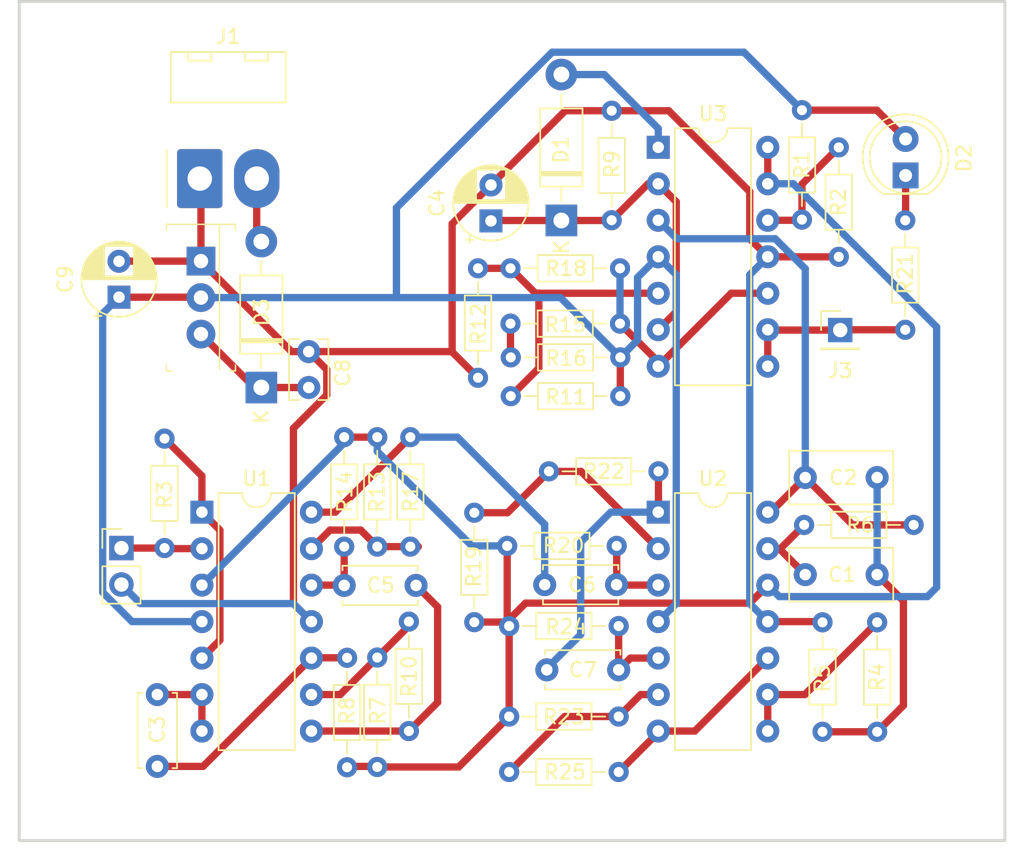
<source format=kicad_pcb>
(kicad_pcb (version 20211014) (generator pcbnew)
  (title_block (title "Beacon Detector") (date "2022-04-22") (rev "v2.0") (company "UC Santa Cruz Mechatronics"))
  (layers (0 "F.Cu" signal) (31 "B.Cu" signal) (34 "B.Paste" user) (35 "F.Paste" user) (36 "B.SilkS" user "B.Silkscreen") (37 "F.SilkS" user "F.Silkscreen") (38 "B.Mask" user) (39 "F.Mask" user) (44 "Edge.Cuts" user))
  (net 0 "")
  (net 1 "Net-(C1-Pad1)")
  (net 2 "Net-(C4-Pad1)")
  (net 3 "Net-(C8-Pad1)")
  (net 4 "Net-(D3-Pad2)")
  (net 5 "GND")
  (net 6 "VCC")
  (net 7 "Net-(C1-Pad2)")
  (net 8 "Net-(C2-Pad2)")
  (net 9 "Net-(C3-Pad1)")
  (net 10 "Net-(C3-Pad2)")
  (net 11 "Net-(C5-Pad1)")
  (net 12 "Net-(C5-Pad2)")
  (net 13 "Net-(C6-Pad1)")
  (net 14 "Net-(C6-Pad2)")
  (net 15 "Net-(C7-Pad1)")
  (net 16 "Net-(C7-Pad2)")
  (net 17 "Net-(D1-Pad2)")
  (net 18 "Net-(D2-Pad1)")
  (net 19 "Net-(R1-Pad2)")
  (net 20 "Net-(R3-Pad2)")
  (net 21 "Net-(R4-Pad1)")
  (net 22 "/HALF")
  (net 23 "Net-(R10-Pad1)")
  (net 24 "Net-(R13-Pad2)")
  (net 25 "Net-(R15-Pad1)")
  (net 26 "Net-(R11-Pad2)")
  (net 27 "Net-(R19-Pad2)")
  (net 28 "Net-(R16-Pad1)")
  (net 29 "Net-(R23-Pad2)")
  (net 30 "Net-(R25-Pad2)")
  (net 31 "Net-(J2-Pad1)")
  (net 32 "Net-(J3-Pad1)")
  (footprint "Package_DIP:DIP-14_W7.62mm" (layer "F.Cu") (at 155.4834 81.1734)
    (fp_text reference "U3" (at 3.81 -2.33) (layer "F.SilkS"))
    (fp_text value "MCP6004")
    (pad "1" thru_hole rect (at 0 0) (size 1.6 1.6) (drill 0.8) (layers *.Cu *.Mask) (net 17 "Net-(D1-Pad2)"))
    (pad "2" thru_hole oval (at 0 2.54) (size 1.6 1.6) (drill 0.8) (layers *.Cu *.Mask) (net 2 "Net-(C4-Pad1)"))
    (pad "3" thru_hole oval (at 0 5.08) (size 1.6 1.6) (drill 0.8) (layers *.Cu *.Mask) (net 8 "Net-(C2-Pad2)"))
    (pad "4" thru_hole oval (at 0 7.62) (size 1.6 1.6) (drill 0.8) (layers *.Cu *.Mask) (net 6 "VCC"))
    (pad "5" thru_hole oval (at 0 10.16) (size 1.6 1.6) (drill 0.8) (layers *.Cu *.Mask) (net 26 "Net-(R11-Pad2)"))
    (pad "6" thru_hole oval (at 0 12.7) (size 1.6 1.6) (drill 0.8) (layers *.Cu *.Mask) (net 2 "Net-(C4-Pad1)"))
    (pad "7" thru_hole oval (at 0 15.24) (size 1.6 1.6) (drill 0.8) (layers *.Cu *.Mask) (net 28 "Net-(R16-Pad1)"))
    (pad "8" thru_hole oval (at 7.62 15.24) (size 1.6 1.6) (drill 0.8) (layers *.Cu *.Mask) (net 32 "Net-(J3-Pad1)"))
    (pad "9" thru_hole oval (at 7.62 12.7) (size 1.6 1.6) (drill 0.8) (layers *.Cu *.Mask) (net 32 "Net-(J3-Pad1)"))
    (pad "10" thru_hole oval (at 7.62 10.16) (size 1.6 1.6) (drill 0.8) (layers *.Cu *.Mask) (net 28 "Net-(R16-Pad1)"))
    (pad "11" thru_hole oval (at 7.62 7.62) (size 1.6 1.6) (drill 0.8) (layers *.Cu *.Mask) (net 5 "GND"))
    (pad "12" thru_hole oval (at 7.62 5.08) (size 1.6 1.6) (drill 0.8) (layers *.Cu *.Mask) (net 19 "Net-(R1-Pad2)"))
    (pad "13" thru_hole oval (at 7.62 2.54) (size 1.6 1.6) (drill 0.8) (layers *.Cu *.Mask) (net 22 "/HALF"))
    (pad "14" thru_hole oval (at 7.62 0) (size 1.6 1.6) (drill 0.8) (layers *.Cu *.Mask) (net 22 "/HALF"))
  )
  (footprint "Capacitor_THT:C_Rect_L7.0mm_W3.5mm_P5.00mm" (layer "F.Cu") (at 170.7134 110.9234 180)
    (fp_text reference "C1" (at 2.4384 0.0016) (layer "F.SilkS"))
    (fp_text value "10nF")
    (pad "1" thru_hole circle (at 0 0 180) (size 1.6 1.6) (drill 0.8) (layers *.Cu *.Mask) (net 1 "Net-(C1-Pad1)"))
    (pad "2" thru_hole circle (at 5 0 180) (size 1.6 1.6) (drill 0.8) (layers *.Cu *.Mask) (net 7 "Net-(C1-Pad2)"))
  )
  (footprint "MountingHole:MountingHole_3.2mm_M3" (layer "F.Cu") (at 114.8334 125.6284)
    (fp_text reference "H4" hide)
    (fp_text value "MountingHole")
    (pad "" np_thru_hole circle (at 0 0) (size 3.2 3.2) (drill 3.2) (layers *.Cu *.Mask))
  )
  (footprint "Resistor_THT:R_Axial_DIN0204_L3.6mm_D1.6mm_P7.62mm_Horizontal" (layer "F.Cu") (at 166.9134 121.8634 90)
    (fp_text reference "R5" (at 3.7026 -0.01 90) (layer "F.SilkS"))
    (fp_text value "670")
    (pad "1" thru_hole circle (at 0 0 90) (size 1.4 1.4) (drill 0.7) (layers *.Cu *.Mask) (net 1 "Net-(C1-Pad1)"))
    (pad "2" thru_hole oval (at 7.62 0 90) (size 1.4 1.4) (drill 0.7) (layers *.Cu *.Mask) (net 5 "GND"))
  )
  (footprint "Resistor_THT:R_Axial_DIN0204_L3.6mm_D1.6mm_P7.62mm_Horizontal" (layer "F.Cu") (at 145.2234 95.7984)
    (fp_text reference "R15" (at 3.7984 -2.2756) (layer "F.SilkS"))
    (fp_text value "3.3k")
    (pad "1" thru_hole circle (at 0 0) (size 1.4 1.4) (drill 0.7) (layers *.Cu *.Mask) (net 25 "Net-(R15-Pad1)"))
    (pad "2" thru_hole oval (at 7.62 0) (size 1.4 1.4) (drill 0.7) (layers *.Cu *.Mask) (net 6 "VCC"))
  )
  (footprint "Diode_THT:D_DO-41_SOD81_P10.16mm_Horizontal" (layer "F.Cu") (at 127.865607 97.89701 90)
    (fp_text reference "D3" (at 5.2378 0.0234 90) (layer "F.SilkS"))
    (fp_text value "1N4006")
    (fp_text user "K" (at -2.02659 -0.002007 90) (layer "F.SilkS"))
    (pad "1" thru_hole rect (at 0 0 90) (size 2.2 2.2) (drill 1.1) (layers *.Cu *.Mask) (net 3 "Net-(C8-Pad1)"))
    (pad "2" thru_hole oval (at 10.16 0 90) (size 2.2 2.2) (drill 1.1) (layers *.Cu *.Mask) (net 4 "Net-(D3-Pad2)"))
  )
  (footprint "digikey-footprints:TO-220-3" (layer "F.Cu") (at 123.6656 89.097 -90)
    (fp_text reference "U4" hide)
    (fp_text value "LD1117V33")
    (pad "1" thru_hole rect locked (at 0 0 270) (size 2 2) (drill 1) (layers *.Cu *.Mask) (net 5 "GND"))
    (pad "2" thru_hole circle locked (at 2.54 0 270) (size 2 2) (drill 1) (layers *.Cu *.Mask) (net 6 "VCC"))
    (pad "3" thru_hole circle locked (at 5.08 0 270) (size 2 2) (drill 1) (layers *.Cu *.Mask) (net 3 "Net-(C8-Pad1)"))
  )
  (footprint "Resistor_THT:R_Axial_DIN0204_L3.6mm_D1.6mm_P7.62mm_Horizontal" (layer "F.Cu") (at 145.2034 89.5984)
    (fp_text reference "R18" (at 3.8692 0.0128) (layer "F.SilkS"))
    (fp_text value "1M")
    (pad "1" thru_hole circle (at 0 0) (size 1.4 1.4) (drill 0.7) (layers *.Cu *.Mask) (net 26 "Net-(R11-Pad2)"))
    (pad "2" thru_hole oval (at 7.62 0) (size 1.4 1.4) (drill 0.7) (layers *.Cu *.Mask) (net 28 "Net-(R16-Pad1)"))
  )
  (footprint "Resistor_THT:R_Axial_DIN0204_L3.6mm_D1.6mm_P7.62mm_Horizontal" (layer "F.Cu") (at 135.9334 124.3134 90)
    (fp_text reference "R7" (at 3.9174 0.0328 90) (layer "F.SilkS"))
    (fp_text value "1k")
    (pad "1" thru_hole circle (at 0 0 90) (size 1.4 1.4) (drill 0.7) (layers *.Cu *.Mask) (net 22 "/HALF"))
    (pad "2" thru_hole oval (at 7.62 0 90) (size 1.4 1.4) (drill 0.7) (layers *.Cu *.Mask) (net 23 "Net-(R10-Pad1)"))
  )
  (footprint "Resistor_THT:R_Axial_DIN0204_L3.6mm_D1.6mm_P7.62mm_Horizontal" (layer "F.Cu") (at 135.9334 101.3534 -90)
    (fp_text reference "R13" (at 3.81 0.018 90) (layer "F.SilkS"))
    (fp_text value "1k")
    (pad "1" thru_hole circle (at 0 0 270) (size 1.4 1.4) (drill 0.7) (layers *.Cu *.Mask) (net 22 "/HALF"))
    (pad "2" thru_hole oval (at 7.62 0 270) (size 1.4 1.4) (drill 0.7) (layers *.Cu *.Mask) (net 24 "Net-(R13-Pad2)"))
  )
  (footprint "Capacitor_THT:CP_Radial_D5.0mm_P2.50mm" (layer "F.Cu") (at 143.8434 86.2984 90)
    (fp_text reference "C4" (at 1.25 -3.75 90) (layer "F.SilkS"))
    (fp_text value "10uF")
    (pad "1" thru_hole rect (at 0 0 90) (size 1.6 1.6) (drill 0.8) (layers *.Cu *.Mask) (net 2 "Net-(C4-Pad1)"))
    (pad "2" thru_hole circle (at 2.5 0 90) (size 1.6 1.6) (drill 0.8) (layers *.Cu *.Mask) (net 5 "GND"))
  )
  (footprint "Resistor_THT:R_Axial_DIN0204_L3.6mm_D1.6mm_P7.62mm_Horizontal" (layer "F.Cu") (at 133.6334 108.9734 90)
    (fp_text reference "R14" (at 3.81 0.0468 90) (layer "F.SilkS"))
    (fp_text value "100k")
    (pad "1" thru_hole circle (at 0 0 90) (size 1.4 1.4) (drill 0.7) (layers *.Cu *.Mask) (net 12 "Net-(C5-Pad2)"))
    (pad "2" thru_hole oval (at 7.62 0 90) (size 1.4 1.4) (drill 0.7) (layers *.Cu *.Mask) (net 22 "/HALF"))
  )
  (footprint "Resistor_THT:R_Axial_DIN0204_L3.6mm_D1.6mm_P7.62mm_Horizontal" (layer "F.Cu") (at 145.1102 120.8024)
    (fp_text reference "R23" (at 3.81 0.0254) (layer "F.SilkS"))
    (fp_text value "1k")
    (pad "1" thru_hole circle (at 0 0) (size 1.4 1.4) (drill 0.7) (layers *.Cu *.Mask) (net 22 "/HALF"))
    (pad "2" thru_hole oval (at 7.62 0) (size 1.4 1.4) (drill 0.7) (layers *.Cu *.Mask) (net 29 "Net-(R23-Pad2)"))
  )
  (footprint "Resistor_THT:R_Axial_DIN0204_L3.6mm_D1.6mm_P7.62mm_Horizontal" (layer "F.Cu") (at 142.6834 114.2334 90)
    (fp_text reference "R19" (at 3.8704 -0.037 90) (layer "F.SilkS"))
    (fp_text value "1k")
    (pad "1" thru_hole circle (at 0 0 90) (size 1.4 1.4) (drill 0.7) (layers *.Cu *.Mask) (net 22 "/HALF"))
    (pad "2" thru_hole oval (at 7.62 0 90) (size 1.4 1.4) (drill 0.7) (layers *.Cu *.Mask) (net 27 "Net-(R19-Pad2)"))
  )
  (footprint "MountingHole:MountingHole_3.2mm_M3" (layer "F.Cu") (at 114.8334 74.8284)
    (fp_text reference "H3" hide)
    (fp_text value "MountingHole")
    (pad "" np_thru_hole circle (at 0 0) (size 3.2 3.2) (drill 3.2) (layers *.Cu *.Mask))
  )
  (footprint "Resistor_THT:R_Axial_DIN0204_L3.6mm_D1.6mm_P7.62mm_Horizontal" (layer "F.Cu") (at 152.8234 93.4484 180)
    (fp_text reference "R16" (at 3.7508 -2.4112) (layer "F.SilkS"))
    (fp_text value "680")
    (pad "1" thru_hole circle (at 0 0 180) (size 1.4 1.4) (drill 0.7) (layers *.Cu *.Mask) (net 28 "Net-(R16-Pad1)"))
    (pad "2" thru_hole oval (at 7.62 0 180) (size 1.4 1.4) (drill 0.7) (layers *.Cu *.Mask) (net 25 "Net-(R15-Pad1)"))
  )
  (footprint "Resistor_THT:R_Axial_DIN0204_L3.6mm_D1.6mm_P7.62mm_Horizontal" (layer "F.Cu") (at 147.8788 103.7336)
    (fp_text reference "R22" (at 3.81 0) (layer "F.SilkS"))
    (fp_text value "20k")
    (pad "1" thru_hole circle (at 0 0) (size 1.4 1.4) (drill 0.7) (layers *.Cu *.Mask) (net 27 "Net-(R19-Pad2)"))
    (pad "2" thru_hole oval (at 7.62 0) (size 1.4 1.4) (drill 0.7) (layers *.Cu *.Mask) (net 15 "Net-(C7-Pad1)"))
  )
  (footprint "Capacitor_THT:C_Disc_D5.0mm_W2.5mm_P5.00mm" (layer "F.Cu") (at 138.6334 111.6734 180)
    (fp_text reference "C5" (at 2.464 0.015) (layer "F.SilkS"))
    (fp_text value "10nF")
    (pad "1" thru_hole circle (at 0 0 180) (size 1.6 1.6) (drill 0.8) (layers *.Cu *.Mask) (net 11 "Net-(C5-Pad1)"))
    (pad "2" thru_hole circle (at 5 0 180) (size 1.6 1.6) (drill 0.8) (layers *.Cu *.Mask) (net 12 "Net-(C5-Pad2)"))
  )
  (footprint "Resistor_THT:R_Axial_DIN0204_L3.6mm_D1.6mm_P7.62mm_Horizontal" (layer "F.Cu") (at 165.4834 78.5884 -90)
    (fp_text reference "R1" (at 3.8092 0.0024 90) (layer "F.SilkS"))
    (fp_text value "10k")
    (pad "1" thru_hole circle (at 0 0 270) (size 1.4 1.4) (drill 0.7) (layers *.Cu *.Mask) (net 6 "VCC"))
    (pad "2" thru_hole oval (at 7.62 0 270) (size 1.4 1.4) (drill 0.7) (layers *.Cu *.Mask) (net 19 "Net-(R1-Pad2)"))
  )
  (footprint "MountingHole:MountingHole_3.2mm_M3" (layer "F.Cu") (at 175.7934 74.8284)
    (fp_text reference "H2" hide)
    (fp_text value "MountingHole")
    (pad "" np_thru_hole circle (at 0 0) (size 3.2 3.2) (drill 3.2) (layers *.Cu *.Mask))
  )
  (footprint "Capacitor_THT:CP_Radial_D5.0mm_P2.50mm" (layer "F.Cu") (at 117.9656 91.607 90)
    (fp_text reference "C9" (at 1.25 -3.75 90) (layer "F.SilkS"))
    (fp_text value "10uF")
    (pad "1" thru_hole rect (at 0 0 90) (size 1.6 1.6) (drill 0.8) (layers *.Cu *.Mask) (net 6 "VCC"))
    (pad "2" thru_hole circle (at 2.5 0 90) (size 1.6 1.6) (drill 0.8) (layers *.Cu *.Mask) (net 5 "GND"))
  )
  (footprint "MountingHole:MountingHole_3.2mm_M3" (layer "F.Cu") (at 175.7934 125.6284)
    (fp_text reference "H1" hide)
    (fp_text value "MountingHole")
    (pad "" np_thru_hole circle (at 0 0) (size 3.2 3.2) (drill 3.2) (layers *.Cu *.Mask))
  )
  (footprint "Package_DIP:DIP-14_W7.62mm" (layer "F.Cu") (at 155.4834 106.5734)
    (fp_text reference "U2" (at 3.81 -2.33) (layer "F.SilkS"))
    (fp_text value "MCP6004")
    (pad "1" thru_hole rect (at 0 0) (size 1.6 1.6) (drill 0.8) (layers *.Cu *.Mask) (net 15 "Net-(C7-Pad1)"))
    (pad "2" thru_hole oval (at 0 2.54) (size 1.6 1.6) (drill 0.8) (layers *.Cu *.Mask) (net 27 "Net-(R19-Pad2)"))
    (pad "3" thru_hole oval (at 0 5.08) (size 1.6 1.6) (drill 0.8) (layers *.Cu *.Mask) (net 14 "Net-(C6-Pad2)"))
    (pad "4" thru_hole oval (at 0 7.62) (size 1.6 1.6) (drill 0.8) (layers *.Cu *.Mask) (net 6 "VCC"))
    (pad "5" thru_hole oval (at 0 10.16) (size 1.6 1.6) (drill 0.8) (layers *.Cu *.Mask) (net 16 "Net-(C7-Pad2)"))
    (pad "6" thru_hole oval (at 0 12.7) (size 1.6 1.6) (drill 0.8) (layers *.Cu *.Mask) (net 29 "Net-(R23-Pad2)"))
    (pad "7" thru_hole oval (at 0 15.24) (size 1.6 1.6) (drill 0.8) (layers *.Cu *.Mask) (net 30 "Net-(R25-Pad2)"))
    (pad "8" thru_hole oval (at 7.62 15.24) (size 1.6 1.6) (drill 0.8) (layers *.Cu *.Mask) (net 21 "Net-(R4-Pad1)"))
    (pad "9" thru_hole oval (at 7.62 12.7) (size 1.6 1.6) (drill 0.8) (layers *.Cu *.Mask) (net 21 "Net-(R4-Pad1)"))
    (pad "10" thru_hole oval (at 7.62 10.16) (size 1.6 1.6) (drill 0.8) (layers *.Cu *.Mask) (net 30 "Net-(R25-Pad2)"))
    (pad "11" thru_hole oval (at 7.62 7.62) (size 1.6 1.6) (drill 0.8) (layers *.Cu *.Mask) (net 5 "GND"))
    (pad "12" thru_hole oval (at 7.62 5.08) (size 1.6 1.6) (drill 0.8) (layers *.Cu *.Mask) (net 22 "/HALF"))
    (pad "13" thru_hole oval (at 7.62 2.54) (size 1.6 1.6) (drill 0.8) (layers *.Cu *.Mask) (net 7 "Net-(C1-Pad2)"))
    (pad "14" thru_hole oval (at 7.62 0) (size 1.6 1.6) (drill 0.8) (layers *.Cu *.Mask) (net 8 "Net-(C2-Pad2)"))
  )
  (footprint "Resistor_THT:R_Axial_DIN0204_L3.6mm_D1.6mm_P7.62mm_Horizontal" (layer "F.Cu") (at 152.7302 114.5032 180)
    (fp_text reference "R24" (at 3.6576 -0.0508) (layer "F.SilkS"))
    (fp_text value "100k")
    (pad "1" thru_hole circle (at 0 0 180) (size 1.4 1.4) (drill 0.7) (layers *.Cu *.Mask) (net 16 "Net-(C7-Pad2)"))
    (pad "2" thru_hole oval (at 7.62 0 180) (size 1.4 1.4) (drill 0.7) (layers *.Cu *.Mask) (net 22 "/HALF"))
  )
  (footprint "Resistor_THT:R_Axial_DIN0204_L3.6mm_D1.6mm_P7.62mm_Horizontal" (layer "F.Cu") (at 152.8434 98.4984 180)
    (fp_text reference "R11" (at 3.7708 -0.0536) (layer "F.SilkS"))
    (fp_text value "68k")
    (pad "1" thru_hole circle (at 0 0 180) (size 1.4 1.4) (drill 0.7) (layers *.Cu *.Mask) (net 6 "VCC"))
    (pad "2" thru_hole oval (at 7.62 0 180) (size 1.4 1.4) (drill 0.7) (layers *.Cu *.Mask) (net 26 "Net-(R11-Pad2)"))
  )
  (footprint "Resistor_THT:R_Axial_DIN0204_L3.6mm_D1.6mm_P7.62mm_Horizontal" (layer "F.Cu") (at 172.6692 86.2584 -90)
    (fp_text reference "R21" (at 3.7084 0 90) (layer "F.SilkS"))
    (fp_text value "50")
    (pad "1" thru_hole circle (at 0 0 270) (size 1.4 1.4) (drill 0.7) (layers *.Cu *.Mask) (net 18 "Net-(D2-Pad1)"))
    (pad "2" thru_hole oval (at 7.62 0 270) (size 1.4 1.4) (drill 0.7) (layers *.Cu *.Mask) (net 32 "Net-(J3-Pad1)"))
  )
  (footprint "Resistor_THT:R_Axial_DIN0204_L3.6mm_D1.6mm_P7.62mm_Horizontal" (layer "F.Cu") (at 165.6334 107.4634)
    (fp_text reference "R6" (at 3.9116 0.004) (layer "F.SilkS"))
    (fp_text value "100k")
    (pad "1" thru_hole circle (at 0 0) (size 1.4 1.4) (drill 0.7) (layers *.Cu *.Mask) (net 7 "Net-(C1-Pad2)"))
    (pad "2" thru_hole oval (at 7.62 0) (size 1.4 1.4) (drill 0.7) (layers *.Cu *.Mask) (net 8 "Net-(C2-Pad2)"))
  )
  (footprint "Capacitor_THT:C_Disc_D5.0mm_W2.5mm_P5.00mm" (layer "F.Cu") (at 147.5834 111.6234)
    (fp_text reference "C6" (at 2.6068 0.0096) (layer "F.SilkS"))
    (fp_text value "10nF")
    (pad "1" thru_hole circle (at 0 0) (size 1.6 1.6) (drill 0.8) (layers *.Cu *.Mask) (net 13 "Net-(C6-Pad1)"))
    (pad "2" thru_hole circle (at 5 0) (size 1.6 1.6) (drill 0.8) (layers *.Cu *.Mask) (net 14 "Net-(C6-Pad2)"))
  )
  (footprint "Connector_PinHeader_2.54mm:PinHeader_1x02_P2.54mm_Vertical" (layer "F.Cu") (at 118.133393 109.073391)
    (fp_text reference "J2" hide)
    (fp_text value "Conn_01x02_Male")
    (pad "1" thru_hole rect (at 0 0) (size 1.7 1.7) (drill 1) (layers *.Cu *.Mask) (net 31 "Net-(J2-Pad1)"))
    (pad "2" thru_hole oval (at 0 2.54) (size 1.7 1.7) (drill 1) (layers *.Cu *.Mask) (net 5 "GND"))
  )
  (footprint "Resistor_THT:R_Axial_DIN0204_L3.6mm_D1.6mm_P7.62mm_Horizontal" (layer "F.Cu") (at 133.8334 116.7134 -90)
    (fp_text reference "R8" (at 3.6826 0.0008 90) (layer "F.SilkS"))
    (fp_text value "100k")
    (pad "1" thru_hole circle (at 0 0 270) (size 1.4 1.4) (drill 0.7) (layers *.Cu *.Mask) (net 10 "Net-(C3-Pad2)"))
    (pad "2" thru_hole oval (at 7.62 0 270) (size 1.4 1.4) (drill 0.7) (layers *.Cu *.Mask) (net 22 "/HALF"))
  )
  (footprint "Capacitor_THT:C_Disc_D5.0mm_W2.5mm_P5.00mm" (layer "F.Cu") (at 120.6334 119.2734 -90)
    (fp_text reference "C3" (at 2.4434 0.0088 90) (layer "F.SilkS"))
    (fp_text value "10nF")
    (pad "1" thru_hole circle (at 0 0 270) (size 1.6 1.6) (drill 0.8) (layers *.Cu *.Mask) (net 9 "Net-(C3-Pad1)"))
    (pad "2" thru_hole circle (at 5 0 270) (size 1.6 1.6) (drill 0.8) (layers *.Cu *.Mask) (net 10 "Net-(C3-Pad2)"))
  )
  (footprint "Resistor_THT:R_Axial_DIN0204_L3.6mm_D1.6mm_P7.62mm_Horizontal" (layer "F.Cu") (at 145.1102 124.6632)
    (fp_text reference "R25" (at 3.8862 0) (layer "F.SilkS"))
    (fp_text value "20k")
    (pad "1" thru_hole circle (at 0 0) (size 1.4 1.4) (drill 0.7) (layers *.Cu *.Mask) (net 29 "Net-(R23-Pad2)"))
    (pad "2" thru_hole oval (at 7.62 0) (size 1.4 1.4) (drill 0.7) (layers *.Cu *.Mask) (net 30 "Net-(R25-Pad2)"))
  )
  (footprint "Package_DIP:DIP-14_W7.62mm" (layer "F.Cu") (at 123.7334 106.5734)
    (fp_text reference "U1" (at 3.81 -2.33) (layer "F.SilkS"))
    (fp_text value "MCP6004")
    (pad "1" thru_hole rect (at 0 0) (size 1.6 1.6) (drill 0.8) (layers *.Cu *.Mask) (net 20 "Net-(R3-Pad2)"))
    (pad "2" thru_hole oval (at 0 2.54) (size 1.6 1.6) (drill 0.8) (layers *.Cu *.Mask) (net 31 "Net-(J2-Pad1)"))
    (pad "3" thru_hole oval (at 0 5.08) (size 1.6 1.6) (drill 0.8) (layers *.Cu *.Mask) (net 22 "/HALF"))
    (pad "4" thru_hole oval (at 0 7.62) (size 1.6 1.6) (drill 0.8) (layers *.Cu *.Mask) (net 6 "VCC"))
    (pad "5" thru_hole oval (at 0 10.16) (size 1.6 1.6) (drill 0.8) (layers *.Cu *.Mask) (net 20 "Net-(R3-Pad2)"))
    (pad "6" thru_hole oval (at 0 12.7) (size 1.6 1.6) (drill 0.8) (layers *.Cu *.Mask) (net 9 "Net-(C3-Pad1)"))
    (pad "7" thru_hole oval (at 0 15.24) (size 1.6 1.6) (drill 0.8) (layers *.Cu *.Mask) (net 9 "Net-(C3-Pad1)"))
    (pad "8" thru_hole oval (at 7.62 15.24) (size 1.6 1.6) (drill 0.8) (layers *.Cu *.Mask) (net 11 "Net-(C5-Pad1)"))
    (pad "9" thru_hole oval (at 7.62 12.7) (size 1.6 1.6) (drill 0.8) (layers *.Cu *.Mask) (net 23 "Net-(R10-Pad1)"))
    (pad "10" thru_hole oval (at 7.62 10.16) (size 1.6 1.6) (drill 0.8) (layers *.Cu *.Mask) (net 10 "Net-(C3-Pad2)"))
    (pad "11" thru_hole oval (at 7.62 7.62) (size 1.6 1.6) (drill 0.8) (layers *.Cu *.Mask) (net 5 "GND"))
    (pad "12" thru_hole oval (at 7.62 5.08) (size 1.6 1.6) (drill 0.8) (layers *.Cu *.Mask) (net 12 "Net-(C5-Pad2)"))
    (pad "13" thru_hole oval (at 7.62 2.54) (size 1.6 1.6) (drill 0.8) (layers *.Cu *.Mask) (net 24 "Net-(R13-Pad2)"))
    (pad "14" thru_hole oval (at 7.62 0) (size 1.6 1.6) (drill 0.8) (layers *.Cu *.Mask) (net 13 "Net-(C6-Pad1)"))
  )
  (footprint "Resistor_THT:R_Axial_DIN0204_L3.6mm_D1.6mm_P7.62mm_Horizontal" (layer "F.Cu") (at 152.2434 86.2484 90)
    (fp_text reference "R9" (at 3.9016 0.0296 90) (layer "F.SilkS"))
    (fp_text value "47k")
    (pad "1" thru_hole circle (at 0 0 90) (size 1.4 1.4) (drill 0.7) (layers *.Cu *.Mask) (net 2 "Net-(C4-Pad1)"))
    (pad "2" thru_hole oval (at 7.62 0 90) (size 1.4 1.4) (drill 0.7) (layers *.Cu *.Mask) (net 5 "GND"))
  )
  (footprint "Capacitor_THT:C_Rect_L4.0mm_W2.5mm_P2.50mm" (layer "F.Cu") (at 131.1656 97.897 90)
    (fp_text reference "C8" (at 1.0214 2.3622 90) (layer "F.SilkS"))
    (fp_text value "100nF")
    (pad "1" thru_hole circle (at 0 0 90) (size 1.6 1.6) (drill 0.8) (layers *.Cu *.Mask) (net 3 "Net-(C8-Pad1)"))
    (pad "2" thru_hole circle (at 2.5 0 90) (size 1.6 1.6) (drill 0.8) (layers *.Cu *.Mask) (net 5 "GND"))
  )
  (footprint "Resistor_THT:R_Axial_DIN0204_L3.6mm_D1.6mm_P7.62mm_Horizontal" (layer "F.Cu") (at 121.1334 109.0734 90)
    (fp_text reference "R3" (at 3.7142 -0.0008 90) (layer "F.SilkS"))
    (fp_text value "1k")
    (pad "1" thru_hole circle (at 0 0 90) (size 1.4 1.4) (drill 0.7) (layers *.Cu *.Mask) (net 31 "Net-(J2-Pad1)"))
    (pad "2" thru_hole oval (at 7.62 0 90) (size 1.4 1.4) (drill 0.7) (layers *.Cu *.Mask) (net 20 "Net-(R3-Pad2)"))
  )
  (footprint "LED_THT:LED_D5.0mm" (layer "F.Cu") (at 172.6946 83.1342 90)
    (fp_text reference "D2" (at 1.1938 4.064 90) (layer "F.SilkS"))
    (fp_text value "LED")
    (pad "1" thru_hole rect (at 0 0 90) (size 1.8 1.8) (drill 0.9) (layers *.Cu *.Mask) (net 18 "Net-(D2-Pad1)"))
    (pad "2" thru_hole circle (at 2.54 0 90) (size 1.8 1.8) (drill 0.9) (layers *.Cu *.Mask) (net 6 "VCC"))
  )
  (footprint "Resistor_THT:R_Axial_DIN0204_L3.6mm_D1.6mm_P7.62mm_Horizontal" (layer "F.Cu") (at 142.9434 89.5984 -90)
    (fp_text reference "R12" (at 3.8736 -0.0332 90) (layer "F.SilkS"))
    (fp_text value "300k")
    (pad "1" thru_hole circle (at 0 0 270) (size 1.4 1.4) (drill 0.7) (layers *.Cu *.Mask) (net 26 "Net-(R11-Pad2)"))
    (pad "2" thru_hole oval (at 7.62 0 270) (size 1.4 1.4) (drill 0.7) (layers *.Cu *.Mask) (net 5 "GND"))
  )
  (footprint "Capacitor_THT:C_Disc_D5.0mm_W2.5mm_P5.00mm" (layer "F.Cu") (at 147.7302 117.5512)
    (fp_text reference "C7" (at 2.5108 0) (layer "F.SilkS"))
    (fp_text value "10nF")
    (pad "1" thru_hole circle (at 0 0) (size 1.6 1.6) (drill 0.8) (layers *.Cu *.Mask) (net 15 "Net-(C7-Pad1)"))
    (pad "2" thru_hole circle (at 5 0) (size 1.6 1.6) (drill 0.8) (layers *.Cu *.Mask) (net 16 "Net-(C7-Pad2)"))
  )
  (footprint "Resistor_THT:R_Axial_DIN0204_L3.6mm_D1.6mm_P7.62mm_Horizontal" (layer "F.Cu") (at 138.1334 114.1934 -90)
    (fp_text reference "R10" (at 3.81 -0.0172 90) (layer "F.SilkS"))
    (fp_text value "20k")
    (pad "1" thru_hole circle (at 0 0 270) (size 1.4 1.4) (drill 0.7) (layers *.Cu *.Mask) (net 23 "Net-(R10-Pad1)"))
    (pad "2" thru_hole oval (at 7.62 0 270) (size 1.4 1.4) (drill 0.7) (layers *.Cu *.Mask) (net 11 "Net-(C5-Pad1)"))
  )
  (footprint "Capacitor_THT:C_Rect_L7.0mm_W3.5mm_P5.00mm" (layer "F.Cu") (at 170.7134 104.1634 180)
    (fp_text reference "C2" (at 2.3622 -0.002) (layer "F.SilkS"))
    (fp_text value "10nF")
    (pad "1" thru_hole circle (at 0 0 180) (size 1.6 1.6) (drill 0.8) (layers *.Cu *.Mask) (net 1 "Net-(C1-Pad1)"))
    (pad "2" thru_hole circle (at 5 0 180) (size 1.6 1.6) (drill 0.8) (layers *.Cu *.Mask) (net 8 "Net-(C2-Pad2)"))
  )
  (footprint "Connector_Molex:Molex_KK-396_A-41792-0002_1x02_P3.96mm_Horizontal" (layer "F.Cu") (at 123.5856 83.352)
    (fp_text reference "J1" (at 1.98 -9.91) (layer "F.SilkS"))
    (fp_text value "Conn_01x02_Female")
    (pad "1" thru_hole roundrect (at 0 0) (size 3.16 4.1) (drill 1.7) (layers *.Cu *.Mask) (roundrect_rratio 0.07911392405) (net 5 "GND"))
    (pad "2" thru_hole oval (at 3.96 0) (size 3.16 4.1) (drill 1.7) (layers *.Cu *.Mask) (net 4 "Net-(D3-Pad2)"))
  )
  (footprint "Resistor_THT:R_Axial_DIN0204_L3.6mm_D1.6mm_P7.62mm_Horizontal" (layer "F.Cu") (at 138.2334 108.9734 90)
    (fp_text reference "R17" (at 3.8174 0.0188 90) (layer "F.SilkS"))
    (fp_text value "20k")
    (pad "1" thru_hole circle (at 0 0 90) (size 1.4 1.4) (drill 0.7) (layers *.Cu *.Mask) (net 24 "Net-(R13-Pad2)"))
    (pad "2" thru_hole oval (at 7.62 0 90) (size 1.4 1.4) (drill 0.7) (layers *.Cu *.Mask) (net 13 "Net-(C6-Pad1)"))
  )
  (footprint "Resistor_THT:R_Axial_DIN0204_L3.6mm_D1.6mm_P7.62mm_Horizontal" (layer "F.Cu") (at 152.5934 108.9234 180)
    (fp_text reference "R20" (at 3.6986 0.0336) (layer "F.SilkS"))
    (fp_text value "100k")
    (pad "1" thru_hole circle (at 0 0 180) (size 1.4 1.4) (drill 0.7) (layers *.Cu *.Mask) (net 14 "Net-(C6-Pad2)"))
    (pad "2" thru_hole oval (at 7.62 0 180) (size 1.4 1.4) (drill 0.7) (layers *.Cu *.Mask) (net 22 "/HALF"))
  )
  (footprint "Resistor_THT:R_Axial_DIN0204_L3.6mm_D1.6mm_P7.62mm_Horizontal" (layer "F.Cu") (at 168.0434 81.1784 -90)
    (fp_text reference "R2" (at 3.81 0.0224 90) (layer "F.SilkS"))
    (fp_text value "10k")
    (pad "1" thru_hole circle (at 0 0 270) (size 1.4 1.4) (drill 0.7) (layers *.Cu *.Mask) (net 19 "Net-(R1-Pad2)"))
    (pad "2" thru_hole oval (at 7.62 0 270) (size 1.4 1.4) (drill 0.7) (layers *.Cu *.Mask) (net 5 "GND"))
  )
  (footprint "Resistor_THT:R_Axial_DIN0204_L3.6mm_D1.6mm_P7.62mm_Horizontal" (layer "F.Cu") (at 170.7134 114.2434 -90)
    (fp_text reference "R4" (at 3.8158 0 90) (layer "F.SilkS"))
    (fp_text value "47k")
    (pad "1" thru_hole circle (at 0 0 270) (size 1.4 1.4) (drill 0.7) (layers *.Cu *.Mask) (net 21 "Net-(R4-Pad1)"))
    (pad "2" thru_hole oval (at 7.62 0 270) (size 1.4 1.4) (drill 0.7) (layers *.Cu *.Mask) (net 1 "Net-(C1-Pad1)"))
  )
  (footprint "Diode_THT:D_DO-41_SOD81_P10.16mm_Horizontal" (layer "F.Cu") (at 148.7434 86.2684 90)
    (fp_text reference "D1" (at 4.9376 -0.0264 90) (layer "F.SilkS"))
    (fp_text value "1N4006")
    (fp_text user "K" (at -1.8442 -0.001 90) (layer "F.SilkS"))
    (pad "1" thru_hole rect (at 0 0 90) (size 2.2 2.2) (drill 1.1) (layers *.Cu *.Mask) (net 2 "Net-(C4-Pad1)"))
    (pad "2" thru_hole oval (at 10.16 0 90) (size 2.2 2.2) (drill 1.1) (layers *.Cu *.Mask) (net 17 "Net-(D1-Pad2)"))
  )
  (footprint "Connector_PinHeader_2.54mm:PinHeader_1x01_P2.54mm_Vertical" (layer "F.Cu") (at 168.1434 93.8984)
    (fp_text reference "J3" (at 0 2.8248) (layer "F.SilkS"))
    (fp_text value "Conn_01x01_Male")
    (pad "1" thru_hole rect (at 0 0) (size 1.7 1.7) (drill 1) (layers *.Cu *.Mask) (net 32 "Net-(J3-Pad1)"))
  )
  (gr_rect (start 179.6034 71.0184) (end 111.0234 129.4384) (layer "Edge.Cuts") (width 0.2) (fill none))
  (segment (start 166.9134 121.8634) (end 170.7134 121.8634) (width 0.508) (layer "F.Cu") (net 1))
  (segment (start 172.5422 120.0346) (end 170.7134 121.8634) (width 0.508) (layer "F.Cu") (net 1))
  (segment (start 170.7134 110.9234) (end 172.5422 112.7522) (width 0.508) (layer "F.Cu") (net 1))
  (segment (start 172.5422 112.7522) (end 172.5422 120.0346) (width 0.508) (layer "F.Cu") (net 1))
  (segment (start 170.7134 104.1634) (end 170.7134 110.9234) (width 0.508) (layer "B.Cu") (net 1))
  (segment (start 152.2234 86.2684) (end 152.2434 86.2484) (width 0.508) (layer "F.Cu") (net 2))
  (segment (start 154.7784 83.7134) (end 152.2434 86.2484) (width 0.508) (layer "F.Cu") (net 2))
  (segment (start 148.7434 86.2684) (end 152.2234 86.2684) (width 0.508) (layer "F.Cu") (net 2))
  (segment (start 155.4834 83.7134) (end 156.736911 84.966911) (width 0.508) (layer "F.Cu") (net 2))
  (segment (start 156.736911 84.966911) (end 156.736911 92.619889) (width 0.508) (layer "F.Cu") (net 2))
  (segment (start 143.8734 86.2684) (end 143.8434 86.2984) (width 0.508) (layer "F.Cu") (net 2))
  (segment (start 148.7434 86.2684) (end 143.8734 86.2684) (width 0.508) (layer "F.Cu") (net 2))
  (segment (start 155.4834 83.7134) (end 154.7784 83.7134) (width 0.508) (layer "F.Cu") (net 2))
  (segment (start 156.736911 92.619889) (end 155.4834 93.8734) (width 0.508) (layer "F.Cu") (net 2))
  (segment (start 131.1656 97.897) (end 127.8656 97.897) (width 0.508) (layer "F.Cu") (net 3))
  (segment (start 127.3856 97.897) (end 127.8656 97.897) (width 0.508) (layer "F.Cu") (net 3))
  (segment (start 123.6656 94.177) (end 127.3856 97.897) (width 0.508) (layer "F.Cu") (net 3))
  (segment (start 127.5456 87.417) (end 127.8656 87.737) (width 0.508) (layer "F.Cu") (net 4))
  (segment (start 127.5456 83.352) (end 127.5456 87.417) (width 0.508) (layer "F.Cu") (net 4))
  (segment (start 132.419111 96.650511) (end 131.1656 95.397) (width 0.508) (layer "F.Cu") (net 5))
  (segment (start 123.6656 89.097) (end 117.9756 89.097) (width 0.508) (layer "F.Cu") (net 5))
  (segment (start 132.419111 98.416222) (end 132.419111 96.650511) (width 0.508) (layer "F.Cu") (net 5))
  (segment (start 152.2434 78.6284) (end 149.0134 78.6284) (width 0.508) (layer "F.Cu") (net 5))
  (segment (start 149.0134 78.6284) (end 143.8434 83.7984) (width 0.508) (layer "F.Cu") (net 5))
  (segment (start 163.1084 88.7984) (end 163.1034 88.7934) (width 0.508) (layer "F.Cu") (net 5))
  (segment (start 123.6656 83.432) (end 123.6656 89.097) (width 0.508) (layer "F.Cu") (net 5))
  (segment (start 166.8634 114.1934) (end 166.9134 114.2434) (width 0.508) (layer "F.Cu") (net 5))
  (segment (start 131.3534 114.1934) (end 130.099889 112.939889) (width 0.508) (layer "F.Cu") (net 5))
  (segment (start 130.099889 100.735444) (end 132.419111 98.416222) (width 0.508) (layer "F.Cu") (net 5))
  (segment (start 161.849889 87.539889) (end 163.1034 88.7934) (width 0.508) (layer "F.Cu") (net 5))
  (segment (start 131.1656 95.397) (end 129.9656 95.397) (width 0.508) (layer "F.Cu") (net 5))
  (segment (start 130.099889 112.939889) (end 130.099889 100.735444) (width 0.508) (layer "F.Cu") (net 5))
  (segment (start 141.122 95.397) (end 141.1434 95.4184) (width 0.508) (layer "F.Cu") (net 5))
  (segment (start 152.2434 78.6284) (end 156.212689 78.6284) (width 0.508) (layer "F.Cu") (net 5))
  (segment (start 156.212689 78.6284) (end 161.849889 84.2656) (width 0.508) (layer "F.Cu") (net 5))
  (segment (start 117.9756 89.097) (end 117.9656 89.107) (width 0.508) (layer "F.Cu") (net 5))
  (segment (start 123.5856 83.352) (end 123.6656 83.432) (width 0.508) (layer "F.Cu") (net 5))
  (segment (start 131.1656 95.397) (end 141.122 95.397) (width 0.508) (layer "F.Cu") (net 5))
  (segment (start 141.1434 95.4184) (end 142.9434 97.2184) (width 0.508) (layer "F.Cu") (net 5))
  (segment (start 168.0434 88.7984) (end 163.1084 88.7984) (width 0.508) (layer "F.Cu") (net 5))
  (segment (start 161.849889 84.2656) (end 161.849889 87.539889) (width 0.508) (layer "F.Cu") (net 5))
  (segment (start 143.8434 83.7984) (end 141.1434 86.4984) (width 0.508) (layer "F.Cu") (net 5))
  (segment (start 129.9656 95.397) (end 123.6656 89.097) (width 0.508) (layer "F.Cu") (net 5))
  (segment (start 141.1434 86.4984) (end 141.1434 95.4184) (width 0.508) (layer "F.Cu") (net 5))
  (segment (start 163.1034 114.1934) (end 166.8634 114.1934) (width 0.508) (layer "F.Cu") (net 5))
  (segment (start 130.099889 112.939889) (end 119.459889 112.939889) (width 0.508) (layer "B.Cu") (net 5))
  (segment (start 163.1034 88.7934) (end 161.849889 90.046911) (width 0.508) (layer "B.Cu") (net 5))
  (segment (start 119.459889 112.939889) (end 118.1334 111.6134) (width 0.508) (layer "B.Cu") (net 5))
  (segment (start 161.849889 112.939889) (end 163.1034 114.1934) (width 0.508) (layer "B.Cu") (net 5))
  (segment (start 131.3534 114.1934) (end 130.099889 112.939889) (width 0.508) (layer "B.Cu") (net 5))
  (segment (start 161.849889 90.046911) (end 161.849889 112.939889) (width 0.508) (layer "B.Cu") (net 5))
  (segment (start 165.4834 78.5884) (end 170.6888 78.5884) (width 0.508) (layer "F.Cu") (net 6))
  (segment (start 123.6356 91.607) (end 123.6656 91.637) (width 0.508) (layer "F.Cu") (net 6))
  (segment (start 170.6888 78.5884) (end 172.6946 80.5942) (width 0.508) (layer "F.Cu") (net 6))
  (segment (start 117.9656 91.607) (end 123.6356 91.607) (width 0.508) (layer "F.Cu") (net 6))
  (segment (start 152.8434 95.7984) (end 152.8434 98.4984) (width 0.508) (layer "F.Cu") (net 6))
  (segment (start 154.0434 90.2334) (end 154.0434 94.5984) (width 0.508) (layer "B.Cu") (net 6))
  (segment (start 123.7334 114.1934) (end 118.869956 114.1934) (width 0.508) (layer "B.Cu") (net 6))
  (segment (start 137.2678 91.637) (end 123.6656 91.637) (width 0.508) (layer "B.Cu") (net 6))
  (segment (start 156.736911 90.046911) (end 156.736911 112.939889) (width 0.508) (layer "B.Cu") (net 6))
  (segment (start 116.829889 112.153333) (end 116.829889 92.742711) (width 0.508) (layer "B.Cu") (net 6))
  (segment (start 148.682 91.637) (end 137.2678 91.637) (width 0.508) (layer "B.Cu") (net 6))
  (segment (start 137.2678 91.637) (end 137.2678 85.387003) (width 0.508) (layer "B.Cu") (net 6))
  (segment (start 155.4834 88.7934) (end 156.736911 90.046911) (width 0.508) (layer "B.Cu") (net 6))
  (segment (start 118.869956 114.1934) (end 116.829889 112.153333) (width 0.508) (layer "B.Cu") (net 6))
  (segment (start 116.829889 92.742711) (end 117.9656 91.607) (width 0.508) (layer "B.Cu") (net 6))
  (segment (start 148.099914 74.554889) (end 161.449889 74.554889) (width 0.508) (layer "B.Cu") (net 6))
  (segment (start 154.0434 94.5984) (end 152.8434 95.7984) (width 0.508) (layer "B.Cu") (net 6))
  (segment (start 161.449889 74.554889) (end 165.4834 78.5884) (width 0.508) (layer "B.Cu") (net 6))
  (segment (start 137.2678 85.387003) (end 148.099914 74.554889) (width 0.508) (layer "B.Cu") (net 6))
  (segment (start 156.736911 112.939889) (end 155.4834 114.1934) (width 0.508) (layer "B.Cu") (net 6))
  (segment (start 155.4834 88.7934) (end 154.0434 90.2334) (width 0.508) (layer "B.Cu") (net 6))
  (segment (start 152.8434 95.7984) (end 148.682 91.637) (width 0.508) (layer "B.Cu") (net 6))
  (segment (start 163.1034 109.1134) (end 163.9834 109.1134) (width 0.508) (layer "F.Cu") (net 7))
  (segment (start 163.9834 109.1134) (end 165.6334 107.4634) (width 0.508) (layer "F.Cu") (net 7))
  (segment (start 163.1034 109.1134) (end 163.9034 109.1134) (width 0.508) (layer "F.Cu") (net 7))
  (segment (start 163.9034 109.1134) (end 165.7134 110.9234) (width 0.508) (layer "F.Cu") (net 7))
  (segment (start 169.0134 107.4634) (end 165.7134 104.1634) (width 0.508) (layer "F.Cu") (net 8))
  (segment (start 173.2534 107.4634) (end 169.0134 107.4634) (width 0.508) (layer "F.Cu") (net 8))
  (segment (start 163.1034 106.5734) (end 163.3034 106.5734) (width 0.508) (layer "F.Cu") (net 8))
  (segment (start 163.3034 106.5734) (end 165.7134 104.1634) (width 0.508) (layer "F.Cu") (net 8))
  (segment (start 165.7134 89.630667) (end 165.7134 104.1634) (width 0.508) (layer "B.Cu") (net 8))
  (segment (start 155.4834 86.2534) (end 156.769889 87.539889) (width 0.508) (layer "B.Cu") (net 8))
  (segment (start 163.622622 87.539889) (end 165.7134 89.630667) (width 0.508) (layer "B.Cu") (net 8))
  (segment (start 156.769889 87.539889) (end 163.622622 87.539889) (width 0.508) (layer "B.Cu") (net 8))
  (segment (start 123.7334 121.8134) (end 123.7334 119.2734) (width 0.508) (layer "F.Cu") (net 9))
  (segment (start 123.7334 119.2734) (end 120.6334 119.2734) (width 0.508) (layer "F.Cu") (net 9))
  (segment (start 133.8334 116.7134) (end 131.3734 116.7134) (width 0.508) (layer "F.Cu") (net 10))
  (segment (start 131.3734 116.7134) (end 131.3534 116.7334) (width 0.508) (layer "F.Cu") (net 10))
  (segment (start 123.8134 124.2734) (end 131.3534 116.7334) (width 0.508) (layer "F.Cu") (net 10))
  (segment (start 120.6334 124.2734) (end 123.8134 124.2734) (width 0.508) (layer "F.Cu") (net 10))
  (segment (start 138.6334 111.6734) (end 140.1334 113.1734) (width 0.508) (layer "F.Cu") (net 11))
  (segment (start 140.1334 119.8134) (end 138.1334 121.8134) (width 0.508) (layer "F.Cu") (net 11))
  (segment (start 140.1334 113.1734) (end 140.1334 119.8134) (width 0.508) (layer "F.Cu") (net 11))
  (segment (start 131.3534 121.8134) (end 138.1334 121.8134) (width 0.508) (layer "F.Cu") (net 11))
  (segment (start 133.6134 111.6534) (end 133.6334 111.6734) (width 0.508) (layer "F.Cu") (net 12))
  (segment (start 131.3534 111.6534) (end 133.6134 111.6534) (width 0.508) (layer "F.Cu") (net 12))
  (segment (start 133.6334 108.9734) (end 133.6334 111.6734) (width 0.508) (layer "F.Cu") (net 12))
  (segment (start 133.0134 106.5734) (end 138.2334 101.3534) (width 0.508) (layer "F.Cu") (net 13))
  (segment (start 131.3534 106.5734) (end 133.0134 106.5734) (width 0.508) (layer "F.Cu") (net 13))
  (segment (start 141.5108 101.3534) (end 147.5834 107.426) (width 0.508) (layer "B.Cu") (net 13))
  (segment (start 138.2334 101.3534) (end 141.5108 101.3534) (width 0.508) (layer "B.Cu") (net 13))
  (segment (start 147.5834 107.426) (end 147.5834 111.6234) (width 0.508) (layer "B.Cu") (net 13))
  (segment (start 152.6134 111.6534) (end 152.5834 111.6234) (width 0.508) (layer "F.Cu") (net 14))
  (segment (start 152.5934 111.6134) (end 152.5834 111.6234) (width 0.508) (layer "F.Cu") (net 14))
  (segment (start 152.5934 108.9234) (end 152.5934 111.6134) (width 0.508) (layer "F.Cu") (net 14))
  (segment (start 155.4834 111.6534) (end 152.6134 111.6534) (width 0.508) (layer "F.Cu") (net 14))
  (segment (start 155.4988 103.7336) (end 155.4988 106.558) (width 0.508) (layer "F.Cu") (net 15))
  (segment (start 155.4988 106.558) (end 155.4834 106.5734) (width 0.508) (layer "F.Cu") (net 15))
  (segment (start 150.0886 115.0912) (end 150.0886 108.6612) (width 0.508) (layer "B.Cu") (net 15))
  (segment (start 152.1764 106.5734) (end 155.4834 106.5734) (width 0.508) (layer "B.Cu") (net 15))
  (segment (start 150.0886 108.6612) (end 152.1764 106.5734) (width 0.508) (layer "B.Cu") (net 15))
  (segment (start 147.6286 117.5512) (end 150.0886 115.0912) (width 0.508) (layer "B.Cu") (net 15))
  (segment (start 155.4834 116.7334) (end 153.548 116.7334) (width 0.508) (layer "F.Cu") (net 16))
  (segment (start 153.548 116.7334) (end 152.7302 117.5512) (width 0.508) (layer "F.Cu") (net 16))
  (segment (start 152.7302 114.5032) (end 152.7302 117.5512) (width 0.508) (layer "F.Cu") (net 16))
  (segment (start 148.7434 76.1084) (end 151.7264 76.1084) (width 0.508) (layer "B.Cu") (net 17))
  (segment (start 155.4834 79.8654) (end 155.4834 81.1734) (width 0.508) (layer "B.Cu") (net 17))
  (segment (start 151.7264 76.1084) (end 155.4834 79.8654) (width 0.508) (layer "B.Cu") (net 17))
  (segment (start 172.6946 86.233) (end 172.6692 86.2584) (width 0.508) (layer "F.Cu") (net 18))
  (segment (start 172.6946 83.1342) (end 172.6946 86.233) (width 0.508) (layer "F.Cu") (net 18))
  (segment (start 165.4834 83.7384) (end 165.4834 86.2084) (width 0.508) (layer "F.Cu") (net 19))
  (segment (start 168.0434 81.1784) (end 165.4834 83.7384) (width 0.508) (layer "F.Cu") (net 19))
  (segment (start 163.1034 86.2534) (end 165.4384 86.2534) (width 0.508) (layer "F.Cu") (net 19))
  (segment (start 165.4384 86.2534) (end 165.4834 86.2084) (width 0.508) (layer "F.Cu") (net 19))
  (segment (start 124.986911 107.826911) (end 124.986911 115.479889) (width 0.508) (layer "F.Cu") (net 20))
  (segment (start 124.986911 115.479889) (end 123.7334 116.7334) (width 0.508) (layer "F.Cu") (net 20))
  (segment (start 123.7334 104.0534) (end 121.1334 101.4534) (width 0.508) (layer "F.Cu") (net 20))
  (segment (start 123.7334 106.5734) (end 124.986911 107.826911) (width 0.508) (layer "F.Cu") (net 20))
  (segment (start 123.7334 106.5734) (end 123.7334 104.0534) (width 0.508) (layer "F.Cu") (net 20))
  (segment (start 165.6834 119.2734) (end 163.1034 119.2734) (width 0.508) (layer "F.Cu") (net 21))
  (segment (start 170.7134 114.2434) (end 165.6834 119.2734) (width 0.508) (layer "F.Cu") (net 21))
  (segment (start 163.1034 119.2734) (end 163.1034 121.8134) (width 0.508) (layer "F.Cu") (net 21))
  (segment (start 135.9334 101.3534) (end 133.6334 101.3534) (width 0.508) (layer "F.Cu") (net 22))
  (segment (start 141.5992 124.3134) (end 135.9334 124.3134) (width 0.508) (layer "F.Cu") (net 22))
  (segment (start 144.9334 114.2234) (end 142.6934 114.2234) (width 0.508) (layer "F.Cu") (net 22))
  (segment (start 161.849889 112.906911) (end 146.249889 112.906911) (width 0.508) (layer "F.Cu") (net 22))
  (segment (start 145.1102 120.8024) (end 141.5992 124.3134) (width 0.508) (layer "F.Cu") (net 22))
  (segment (start 135.9334 124.2734) (end 133.8534 124.2734) (width 0.508) (layer "F.Cu") (net 22))
  (segment (start 144.9734 114.1834) (end 144.9334 114.2234) (width 0.508) (layer "F.Cu") (net 22))
  (segment (start 133.8534 124.2734) (end 133.8334 124.2934) (width 0.508) (layer "F.Cu") (net 22))
  (segment (start 142.6934 114.2234) (end 142.6834 114.2334) (width 0.508) (layer "F.Cu") (net 22))
  (segment (start 163.1034 111.6534) (end 161.849889 112.906911) (width 0.508) (layer "F.Cu") (net 22))
  (segment (start 146.249889 112.906911) (end 144.9334 114.2234) (width 0.508) (layer "F.Cu") (net 22))
  (segment (start 144.9734 108.9234) (end 144.9734 114.1834) (width 0.508) (layer "F.Cu") (net 22))
  (segment (start 163.1034 81.1734) (end 163.1034 83.7134) (width 0.508) (layer "F.Cu") (net 22))
  (segment (start 145.1102 120.8024) (end 145.1102 114.5032) (width 0.508) (layer "F.Cu") (net 22))
  (segment (start 135.9334 101.3534) (end 135.9334 102.343349) (width 0.508) (layer "B.Cu") (net 22))
  (segment (start 174.211001 112.453399) (end 174.8536 111.8108) (width 0.508) (layer "B.Cu") (net 22))
  (segment (start 163.903399 112.453399) (end 174.211001 112.453399) (width 0.508) (layer "B.Cu") (net 22))
  (segment (start 133.6334 101.7534) (end 133.6334 101.3534) (width 0.508) (layer "B.Cu") (net 22))
  (segment (start 164.879712 83.7134) (end 163.1034 83.7134) (width 0.508) (layer "B.Cu") (net 22))
  (segment (start 174.8536 93.687288) (end 164.879712 83.7134) (width 0.508) (layer "B.Cu") (net 22))
  (segment (start 123.7334 111.6534) (end 133.6334 101.7534) (width 0.508) (layer "B.Cu") (net 22))
  (segment (start 174.8536 111.8108) (end 174.8536 93.687288) (width 0.508) (layer "B.Cu") (net 22))
  (segment (start 142.513451 108.9234) (end 144.9734 108.9234) (width 0.508) (layer "B.Cu") (net 22))
  (segment (start 163.1034 111.6534) (end 163.903399 112.453399) (width 0.508) (layer "B.Cu") (net 22))
  (segment (start 135.9334 102.343349) (end 142.513451 108.9234) (width 0.508) (layer "B.Cu") (net 22))
  (segment (start 138.1334 114.4934) (end 135.9334 116.6934) (width 0.508) (layer "F.Cu") (net 23))
  (segment (start 133.3534 119.2734) (end 135.9334 116.6934) (width 0.508) (layer "F.Cu") (net 23))
  (segment (start 138.1334 114.1934) (end 138.1334 114.4934) (width 0.508) (layer "F.Cu") (net 23))
  (segment (start 131.3534 119.2734) (end 133.3534 119.2734) (width 0.508) (layer "F.Cu") (net 23))
  (segment (start 134.779889 107.819889) (end 135.9334 108.9734) (width 0.508) (layer "F.Cu") (net 24))
  (segment (start 135.9334 108.9734) (end 138.7934 108.9734) (width 0.508) (layer "F.Cu") (net 24))
  (segment (start 131.3534 109.1134) (end 132.646911 107.819889) (width 0.508) (layer "F.Cu") (net 24))
  (segment (start 132.646911 107.819889) (end 134.779889 107.819889) (width 0.508) (layer "F.Cu") (net 24))
  (segment (start 145.2034 93.4484) (end 145.2034 95.7784) (width 0.508) (layer "F.Cu") (net 25))
  (segment (start 145.2034 95.7784) (end 145.2234 95.7984) (width 0.508) (layer "F.Cu") (net 25))
  (segment (start 147.1784 91.3334) (end 146.9384 91.3334) (width 0.508) (layer "F.Cu") (net 26))
  (segment (start 147.1784 91.3334) (end 147.1784 96.5434) (width 0.508) (layer "F.Cu") (net 26))
  (segment (start 146.9384 91.3334) (end 145.2034 89.5984) (width 0.508) (layer "F.Cu") (net 26))
  (segment (start 142.9434 89.5984) (end 145.2034 89.5984) (width 0.508) (layer "F.Cu") (net 26))
  (segment (start 155.4834 91.3334) (end 147.1784 91.3334) (width 0.508) (layer "F.Cu") (net 26))
  (segment (start 147.1784 96.5434) (end 145.2234 98.4984) (width 0.508) (layer "F.Cu") (net 26))
  (segment (start 150.1036 103.7336) (end 155.4834 109.1134) (width 0.508) (layer "F.Cu") (net 27))
  (segment (start 144.999 106.6134) (end 142.6834 106.6134) (width 0.508) (layer "F.Cu") (net 27))
  (segment (start 147.8788 103.7336) (end 150.1036 103.7336) (width 0.508) (layer "F.Cu") (net 27))
  (segment (start 147.8788 103.7336) (end 144.999 106.6134) (width 0.508) (layer "F.Cu") (net 27))
  (segment (start 163.1034 91.3334) (end 160.5634 91.3334) (width 0.508) (layer "F.Cu") (net 28))
  (segment (start 155.4834 96.1084) (end 152.8234 93.4484) (width 0.508) (layer "F.Cu") (net 28))
  (segment (start 155.4834 96.4134) (end 155.4834 96.1084) (width 0.508) (layer "F.Cu") (net 28))
  (segment (start 160.5634 91.3334) (end 155.4834 96.4134) (width 0.508) (layer "F.Cu") (net 28))
  (segment (start 152.8234 89.5984) (end 152.8234 93.4484) (width 0.508) (layer "B.Cu") (net 28))
  (segment (start 148.971 120.8024) (end 145.1102 124.6632) (width 0.508) (layer "F.Cu") (net 29))
  (segment (start 154.2592 119.2734) (end 152.7302 120.8024) (width 0.508) (layer "F.Cu") (net 29))
  (segment (start 152.7302 120.8024) (end 148.971 120.8024) (width 0.508) (layer "F.Cu") (net 29))
  (segment (start 155.4834 119.2734) (end 154.2592 119.2734) (width 0.508) (layer "F.Cu") (net 29))
  (segment (start 155.4834 121.8134) (end 155.4834 121.91) (width 0.508) (layer "F.Cu") (net 30))
  (segment (start 155.4834 121.91) (end 152.7302 124.6632) (width 0.508) (layer "F.Cu") (net 30))
  (segment (start 158.0234 121.8134) (end 163.1034 116.7334) (width 0.508) (layer "F.Cu") (net 30))
  (segment (start 155.4834 121.8134) (end 158.0234 121.8134) (width 0.508) (layer "F.Cu") (net 30))
  (segment (start 123.7334 109.1134) (end 121.1734 109.1134) (width 0.508) (layer "F.Cu") (net 31))
  (segment (start 118.1334 109.0734) (end 121.1334 109.0734) (width 0.508) (layer "F.Cu") (net 31))
  (segment (start 121.1734 109.1134) (end 121.1334 109.0734) (width 0.508) (layer "F.Cu") (net 31))
  (segment (start 163.1034 93.8734) (end 163.1034 96.4134) (width 0.508) (layer "F.Cu") (net 32))
  (segment (start 168.1434 93.8984) (end 163.1284 93.8984) (width 0.508) (layer "F.Cu") (net 32))
  (segment (start 163.1284 93.8984) (end 163.1034 93.8734) (width 0.508) (layer "F.Cu") (net 32))
  (segment (start 172.6692 93.8784) (end 168.1634 93.8784) (width 0.508) (layer "F.Cu") (net 32))
  (segment (start 168.1634 93.8784) (end 168.1434 93.8984) (width 0.508) (layer "F.Cu") (net 32))
)
</source>
